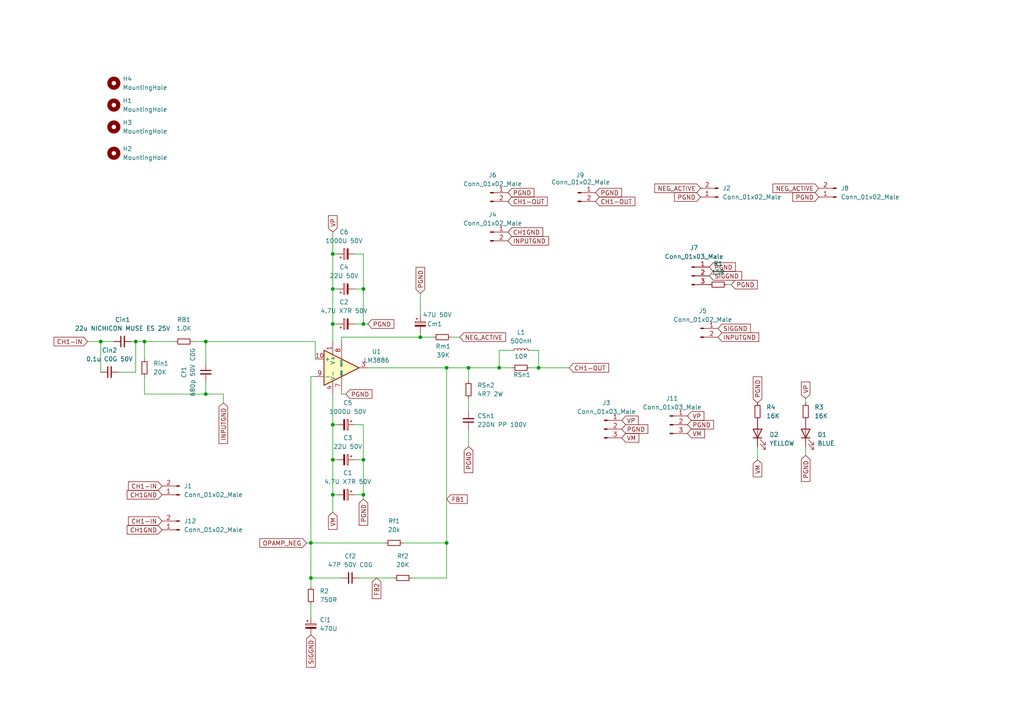
<source format=kicad_sch>
(kicad_sch (version 20231120) (generator "eeschema") (generator_version "8.0")
  (paper "A4")
  (lib_symbols
    (symbol "Amplifier_Audio:LM3886" (pin_names (offset 0.127))
      (property "Reference" "U" (at 5.08 6.35 0))
      (property "Value" "LM3886" (at 5.08 3.81 0))
      (symbol "LM3886_0_1"
        (polyline (pts (xy -5.08 5.08) (xy 5.08 0) (xy -5.08 -5.08) (xy -5.08 5.08)) (stroke (width 0.254)) (fill (type background)))
      )
      (symbol "LM3886_1_1"
        (pin power_in line (at -2.54 7.62 270) (length 3.81) (name "V+") (number "1"))
        (pin input line (at -7.62 2.54 0) (length 2.54) (name "+") (number "10"))
        (pin no_connect line (at 2.54 2.54 270) (length 2.54) hide (name "NC") (number "11"))
        (pin no_connect line (at -2.54 2.54 270) (length 2.54) hide (name "NC") (number "2"))
        (pin output line (at 7.62 0 180) (length 2.54) (name "~") (number "3"))
        (pin power_in line (at -2.54 -7.62 90) (length 3.81) (name "V-") (number "4"))
        (pin passive line (at -2.54 7.62 270) (length 3.81) hide (name "V+") (number "5"))
        (pin no_connect line (at 0 2.54 270) (length 2.54) hide (name "NC") (number "6"))
        (pin power_in line (at 0 -7.62 90) (length 5.08) (name "GND") (number "7"))
        (pin input line (at 0 7.62 270) (length 5.08) (name "MUTE") (number "8"))
        (pin input line (at -7.62 -2.54 0) (length 2.54) (name "-") (number "9"))
      )
    )
    (symbol "Connector:Conn_01x02_Male" (pin_names (offset 1.016) hide)
      (property "Reference" "J" (at 0 2.54 0))
      (property "Value" "Conn_01x02_Male" (at 0 -5.08 0))
      (symbol "Conn_01x02_Male_1_1"
        (polyline (pts (xy 1.27 -2.54) (xy 0.8636 -2.54)) (stroke (width 0.1524)))
        (polyline (pts (xy 1.27 0) (xy 0.8636 0)) (stroke (width 0.1524)))
        (rectangle (start 0.8636 -2.413) (end 0 -2.667) (stroke (width 0.1524)) (fill (type outline)))
        (rectangle (start 0.8636 0.127) (end 0 -0.127) (stroke (width 0.1524)) (fill (type outline)))
        (pin passive line (at 5.08 0 180) (length 3.81) (name "Pin_1") (number "1"))
        (pin passive line (at 5.08 -2.54 180) (length 3.81) (name "Pin_2") (number "2"))
      )
    )
    (symbol "Connector:Conn_01x03_Male" (pin_names (offset 1.016) hide)
      (property "Reference" "J" (at 0 5.08 0))
      (property "Value" "Conn_01x03_Male" (at 0 -5.08 0))
      (symbol "Conn_01x03_Male_1_1"
        (polyline (pts (xy 1.27 -2.54) (xy 0.8636 -2.54)) (stroke (width 0.1524)))
        (polyline (pts (xy 1.27 0) (xy 0.8636 0)) (stroke (width 0.1524)))
        (polyline (pts (xy 1.27 2.54) (xy 0.8636 2.54)) (stroke (width 0.1524)))
        (rectangle (start 0.8636 -2.413) (end 0 -2.667) (stroke (width 0.1524)) (fill (type outline)))
        (rectangle (start 0.8636 0.127) (end 0 -0.127) (stroke (width 0.1524)) (fill (type outline)))
        (rectangle (start 0.8636 2.667) (end 0 2.413) (stroke (width 0.1524)) (fill (type outline)))
        (pin passive line (at 5.08 2.54 180) (length 3.81) (name "Pin_1") (number "1"))
        (pin passive line (at 5.08 0 180) (length 3.81) (name "Pin_2") (number "2"))
        (pin passive line (at 5.08 -2.54 180) (length 3.81) (name "Pin_3") (number "3"))
      )
    )
    (symbol "Device:C_Polarized_Small" (pin_numbers hide) (pin_names (offset 0.254) hide)
      (property "Reference" "C" (at 0.254 1.778 0))
      (property "Value" "C_Polarized_Small" (at 0.254 -2.032 0))
      (symbol "C_Polarized_Small_0_1"
        (rectangle (start -1.524 -0.3048) (end 1.524 -0.6858) (fill (type outline)))
        (rectangle (start -1.524 0.6858) (end 1.524 0.3048))
        (polyline (pts (xy -1.27 1.524) (xy -0.762 1.524)))
        (polyline (pts (xy -1.016 1.27) (xy -1.016 1.778)))
      )
      (symbol "C_Polarized_Small_1_1"
        (pin passive line (at 0 2.54 270) (length 1.8542) (name "~") (number "1"))
        (pin passive line (at 0 -2.54 90) (length 1.8542) (name "~") (number "2"))
      )
    )
    (symbol "Device:C_Small" (pin_numbers hide) (pin_names (offset 0.254) hide)
      (property "Reference" "C" (at 0.254 1.778 0))
      (property "Value" "C_Small" (at 0.254 -2.032 0))
      (symbol "C_Small_0_1"
        (polyline (pts (xy -1.524 -0.508) (xy 1.524 -0.508)) (stroke (width 0.3302)))
        (polyline (pts (xy -1.524 0.508) (xy 1.524 0.508)) (stroke (width 0.3048)))
      )
      (symbol "C_Small_1_1"
        (pin passive line (at 0 2.54 270) (length 2.032) (name "~") (number "1"))
        (pin passive line (at 0 -2.54 90) (length 2.032) (name "~") (number "2"))
      )
    )
    (symbol "Device:LED" (pin_numbers hide) (pin_names (offset 1.016) hide)
      (property "Reference" "D" (at 0 2.54 0))
      (property "Value" "LED" (at 0 -2.54 0))
      (symbol "LED_0_1"
        (polyline (pts (xy -1.27 -1.27) (xy -1.27 1.27)) (stroke (width 0.254)))
        (polyline (pts (xy -1.27 0) (xy 1.27 0)))
        (polyline (pts (xy 1.27 -1.27) (xy 1.27 1.27) (xy -1.27 0) (xy 1.27 -1.27)) (stroke (width 0.254)))
        (polyline (pts (xy -3.048 -0.762) (xy -4.572 -2.286) (xy -3.81 -2.286) (xy -4.572 -2.286) (xy -4.572 -1.524)))
        (polyline (pts (xy -1.778 -0.762) (xy -3.302 -2.286) (xy -2.54 -2.286) (xy -3.302 -2.286) (xy -3.302 -1.524)))
      )
      (symbol "LED_1_1"
        (pin passive line (at -3.81 0 0) (length 2.54) (name "K") (number "1"))
        (pin passive line (at 3.81 0 180) (length 2.54) (name "A") (number "2"))
      )
    )
    (symbol "Device:L_Small" (pin_numbers hide) (pin_names (offset 0.254) hide)
      (property "Reference" "L" (at 0.762 1.016 0))
      (property "Value" "L_Small" (at 0.762 -1.016 0))
      (symbol "L_Small_0_1"
        (arc (start 0 -2.032) (mid 0.5058 -1.524) (end 0 -1.016))
        (arc (start 0 -1.016) (mid 0.5058 -0.508) (end 0 0))
        (arc (start 0 0) (mid 0.5058 0.508) (end 0 1.016))
        (arc (start 0 1.016) (mid 0.5058 1.524) (end 0 2.032))
      )
      (symbol "L_Small_1_1"
        (pin passive line (at 0 2.54 270) (length 0.508) (name "~") (number "1"))
        (pin passive line (at 0 -2.54 90) (length 0.508) (name "~") (number "2"))
      )
    )
    (symbol "Device:R_Small" (pin_numbers hide) (pin_names (offset 0.254) hide)
      (property "Reference" "R" (at 0.762 0.508 0))
      (property "Value" "R_Small" (at 0.762 -1.016 0))
      (symbol "R_Small_0_1"
        (rectangle (start -0.762 1.778) (end 0.762 -1.778) (stroke (width 0.2032)))
      )
      (symbol "R_Small_1_1"
        (pin passive line (at 0 2.54 270) (length 0.762) (name "~") (number "1"))
        (pin passive line (at 0 -2.54 90) (length 0.762) (name "~") (number "2"))
      )
    )
    (symbol "Mechanical:MountingHole" (pin_names (offset 1.016))
      (property "Reference" "H" (at 0 5.08 0))
      (property "Value" "MountingHole" (at 0 3.175 0))
      (symbol "MountingHole_0_1"
        (circle (center 0 0) (radius 1.27) (stroke (width 1.27)))
      )
    )
  )
  (junction (at 96.52 83.82))
  (junction (at 144.78 106.68))
  (junction (at 129.54 106.68))
  (junction (at 59.69 114.3))
  (junction (at 96.52 123.19))
  (junction (at 156.21 106.68))
  (junction (at 135.89 106.68))
  (junction (at 129.54 157.48))
  (junction (at 90.17 157.48))
  (junction (at 105.41 83.82))
  (junction (at 90.17 167.64))
  (junction (at 39.37 99.06))
  (junction (at 121.92 97.79))
  (junction (at 105.41 93.98))
  (junction (at 59.69 99.06))
  (junction (at 29.21 99.06))
  (junction (at 96.52 73.66))
  (junction (at 41.91 99.06))
  (junction (at 105.41 133.35))
  (junction (at 96.52 143.51))
  (junction (at 96.52 93.98))
  (junction (at 96.52 133.35))
  (junction (at 105.41 143.51))
  (wire (pts (xy 90.17 157.48) (xy 90.17 167.64)))
  (wire (pts (xy 116.84 157.48) (xy 129.54 157.48)))
  (wire (pts (xy 102.87 133.35) (xy 105.41 133.35)))
  (wire (pts (xy 105.41 83.82) (xy 105.41 93.98)))
  (wire (pts (xy 135.89 115.57) (xy 135.89 119.38)))
  (wire (pts (xy 90.17 157.48) (xy 111.76 157.48)))
  (wire (pts (xy 130.81 97.79) (xy 133.35 97.79)))
  (wire (pts (xy 41.91 114.3) (xy 59.69 114.3)))
  (wire (pts (xy 88.9 157.48) (xy 90.17 157.48)))
  (wire (pts (xy 96.52 133.35) (xy 96.52 143.51)))
  (wire (pts (xy 39.37 99.06) (xy 41.91 99.06)))
  (wire (pts (xy 96.52 123.19) (xy 96.52 133.35)))
  (wire (pts (xy 29.21 99.06) (xy 33.02 99.06)))
  (wire (pts (xy 105.41 143.51) (xy 105.41 144.78)))
  (wire (pts (xy 129.54 106.68) (xy 129.54 157.48)))
  (wire (pts (xy 91.44 99.06) (xy 91.44 104.14)))
  (wire (pts (xy 96.52 133.35) (xy 97.79 133.35)))
  (wire (pts (xy 129.54 157.48) (xy 129.54 167.64)))
  (wire (pts (xy 105.41 73.66) (xy 105.41 83.82)))
  (wire (pts (xy 90.17 109.22) (xy 90.17 157.48)))
  (wire (pts (xy 121.92 96.52) (xy 121.92 97.79)))
  (wire (pts (xy 119.38 167.64) (xy 129.54 167.64)))
  (wire (pts (xy 105.41 93.98) (xy 106.68 93.98)))
  (wire (pts (xy 96.52 143.51) (xy 97.79 143.51)))
  (wire (pts (xy 99.06 114.3) (xy 100.33 114.3)))
  (wire (pts (xy 102.87 73.66) (xy 105.41 73.66)))
  (wire (pts (xy 156.21 106.68) (xy 165.1 106.68)))
  (wire (pts (xy 25.4 99.06) (xy 29.21 99.06)))
  (wire (pts (xy 99.06 97.79) (xy 121.92 97.79)))
  (wire (pts (xy 59.69 114.3) (xy 64.77 114.3)))
  (wire (pts (xy 135.89 106.68) (xy 135.89 110.49)))
  (wire (pts (xy 55.88 99.06) (xy 59.69 99.06)))
  (wire (pts (xy 41.91 99.06) (xy 41.91 104.14)))
  (wire (pts (xy 156.21 101.6) (xy 156.21 106.68)))
  (wire (pts (xy 129.54 106.68) (xy 135.89 106.68)))
  (wire (pts (xy 96.52 83.82) (xy 97.79 83.82)))
  (wire (pts (xy 153.67 106.68) (xy 156.21 106.68)))
  (wire (pts (xy 29.21 99.06) (xy 29.21 107.95)))
  (wire (pts (xy 99.06 167.64) (xy 90.17 167.64)))
  (wire (pts (xy 102.87 143.51) (xy 105.41 143.51)))
  (wire (pts (xy 153.67 101.6) (xy 156.21 101.6)))
  (wire (pts (xy 59.69 110.49) (xy 59.69 114.3)))
  (wire (pts (xy 148.59 101.6) (xy 144.78 101.6)))
  (wire (pts (xy 144.78 106.68) (xy 148.59 106.68)))
  (wire (pts (xy 105.41 133.35) (xy 105.41 143.51)))
  (wire (pts (xy 96.52 73.66) (xy 96.52 83.82)))
  (wire (pts (xy 96.52 73.66) (xy 97.79 73.66)))
  (wire (pts (xy 105.41 123.19) (xy 105.41 133.35)))
  (wire (pts (xy 135.89 106.68) (xy 144.78 106.68)))
  (wire (pts (xy 39.37 107.95) (xy 34.29 107.95)))
  (wire (pts (xy 219.71 133.35) (xy 219.71 129.54)))
  (wire (pts (xy 59.69 99.06) (xy 91.44 99.06)))
  (wire (pts (xy 233.68 132.08) (xy 233.68 129.54)))
  (wire (pts (xy 41.91 109.22) (xy 41.91 114.3)))
  (wire (pts (xy 38.1 99.06) (xy 39.37 99.06)))
  (wire (pts (xy 91.44 109.22) (xy 90.17 109.22)))
  (wire (pts (xy 121.92 97.79) (xy 125.73 97.79)))
  (wire (pts (xy 96.52 83.82) (xy 96.52 93.98)))
  (wire (pts (xy 135.89 124.46) (xy 135.89 129.54)))
  (wire (pts (xy 96.52 123.19) (xy 97.79 123.19)))
  (wire (pts (xy 99.06 97.79) (xy 99.06 99.06)))
  (wire (pts (xy 102.87 83.82) (xy 105.41 83.82)))
  (wire (pts (xy 210.82 82.55) (xy 212.09 82.55)))
  (wire (pts (xy 90.17 175.26) (xy 90.17 179.07)))
  (wire (pts (xy 121.92 85.09) (xy 121.92 91.44)))
  (wire (pts (xy 90.17 167.64) (xy 90.17 170.18)))
  (wire (pts (xy 102.87 93.98) (xy 105.41 93.98)))
  (wire (pts (xy 96.52 114.3) (xy 96.52 123.19)))
  (wire (pts (xy 106.68 106.68) (xy 129.54 106.68)))
  (wire (pts (xy 96.52 93.98) (xy 97.79 93.98)))
  (wire (pts (xy 96.52 143.51) (xy 96.52 148.59)))
  (wire (pts (xy 39.37 99.06) (xy 39.37 107.95)))
  (wire (pts (xy 59.69 99.06) (xy 59.69 105.41)))
  (wire (pts (xy 64.77 114.3) (xy 64.77 116.84)))
  (wire (pts (xy 104.14 167.64) (xy 114.3 167.64)))
  (wire (pts (xy 144.78 101.6) (xy 144.78 106.68)))
  (wire (pts (xy 102.87 123.19) (xy 105.41 123.19)))
  (wire (pts (xy 233.68 115.57) (xy 233.68 116.84)))
  (wire (pts (xy 41.91 99.06) (xy 50.8 99.06)))
  (wire (pts (xy 96.52 93.98) (xy 96.52 99.06)))
  (wire (pts (xy 96.52 67.31) (xy 96.52 73.66)))
  (global_label "CH1-OUT" (shape input) (at 165.1 106.68 0) (property "Intersheetrefs" "${INTERSHEET_REFS}" (effects (hide yes))))
  (global_label "VP" (shape input) (at 233.68 115.57 90) (property "Intersheetrefs" "${INTERSHEET_REFS}" (effects (hide yes))))
  (global_label "PGND" (shape input) (at 233.68 132.08 270) (property "Intersheetrefs" "${INTERSHEET_REFS}" (effects (hide yes))))
  (global_label "PGND" (shape input) (at 105.41 144.78 270) (property "Intersheetrefs" "${INTERSHEET_REFS}" (effects (hide yes))))
  (global_label "CH1-IN" (shape input) (at 46.99 140.97 180) (property "Intersheetrefs" "${INTERSHEET_REFS}" (effects (hide yes))))
  (global_label "PGND" (shape input) (at 180.34 124.46 0) (property "Intersheetrefs" "${INTERSHEET_REFS}" (effects (hide yes))))
  (global_label "PGND" (shape input) (at 203.2 57.15 180) (property "Intersheetrefs" "${INTERSHEET_REFS}" (effects (hide yes))))
  (global_label "CH1-IN" (shape input) (at 25.4 99.06 180) (property "Intersheetrefs" "${INTERSHEET_REFS}" (effects (hide yes))))
  (global_label "PGND" (shape input) (at 199.39 123.19 0) (property "Intersheetrefs" "${INTERSHEET_REFS}" (effects (hide yes))))
  (global_label "PGND" (shape input) (at 212.09 82.55 0) (property "Intersheetrefs" "${INTERSHEET_REFS}" (effects (hide yes))))
  (global_label "VP" (shape input) (at 180.34 121.92 0) (property "Intersheetrefs" "${INTERSHEET_REFS}" (effects (hide yes))))
  (global_label "SIGGND" (shape input) (at 90.17 184.15 270) (property "Intersheetrefs" "${INTERSHEET_REFS}" (effects (hide yes))))
  (global_label "SIGGND" (shape input) (at 205.74 80.01 0) (property "Intersheetrefs" "${INTERSHEET_REFS}" (effects (hide yes))))
  (global_label "OPAMP_NEG" (shape input) (at 88.9 157.48 180) (property "Intersheetrefs" "${INTERSHEET_REFS}" (effects (hide yes))))
  (global_label "PGND" (shape input) (at 121.92 85.09 90) (property "Intersheetrefs" "${INTERSHEET_REFS}" (effects (hide yes))))
  (global_label "PGND" (shape input) (at 205.74 77.47 0) (property "Intersheetrefs" "${INTERSHEET_REFS}" (effects (hide yes))))
  (global_label "PGND" (shape input) (at 237.49 57.15 180) (property "Intersheetrefs" "${INTERSHEET_REFS}" (effects (hide yes))))
  (global_label "VM" (shape input) (at 180.34 127 0) (property "Intersheetrefs" "${INTERSHEET_REFS}" (effects (hide yes))))
  (global_label "INPUTGND" (shape input) (at 147.32 69.85 0) (property "Intersheetrefs" "${INTERSHEET_REFS}" (effects (hide yes))))
  (global_label "PGND" (shape input) (at 100.33 114.3 0) (property "Intersheetrefs" "${INTERSHEET_REFS}" (effects (hide yes))))
  (global_label "VM" (shape input) (at 219.71 133.35 270) (property "Intersheetrefs" "${INTERSHEET_REFS}" (effects (hide yes))))
  (global_label "FB2" (shape input) (at 109.22 167.64 270) (property "Intersheetrefs" "${INTERSHEET_REFS}" (effects (hide yes))))
  (global_label "VP" (shape input) (at 96.52 67.31 90) (property "Intersheetrefs" "${INTERSHEET_REFS}" (effects (hide yes))))
  (global_label "SIGGND" (shape input) (at 208.28 95.25 0) (property "Intersheetrefs" "${INTERSHEET_REFS}" (effects (hide yes))))
  (global_label "PGND" (shape input) (at 172.72 55.88 0) (property "Intersheetrefs" "${INTERSHEET_REFS}" (effects (hide yes))))
  (global_label "CH1-IN" (shape input) (at 46.99 151.13 180) (property "Intersheetrefs" "${INTERSHEET_REFS}" (effects (hide yes))))
  (global_label "VM" (shape input) (at 199.39 125.73 0) (property "Intersheetrefs" "${INTERSHEET_REFS}" (effects (hide yes))))
  (global_label "NEG_ACTIVE" (shape input) (at 133.35 97.79 0) (property "Intersheetrefs" "${INTERSHEET_REFS}" (effects (hide yes))))
  (global_label "PGND" (shape input) (at 219.71 116.84 90) (property "Intersheetrefs" "${INTERSHEET_REFS}" (effects (hide yes))))
  (global_label "CH1GND" (shape input) (at 46.99 143.51 180) (property "Intersheetrefs" "${INTERSHEET_REFS}" (effects (hide yes))))
  (global_label "CH1GND" (shape input) (at 147.32 67.31 0) (property "Intersheetrefs" "${INTERSHEET_REFS}" (effects (hide yes))))
  (global_label "CH1-OUT" (shape input) (at 172.72 58.42 0) (property "Intersheetrefs" "${INTERSHEET_REFS}" (effects (hide yes))))
  (global_label "PGND" (shape input) (at 106.68 93.98 0) (property "Intersheetrefs" "${INTERSHEET_REFS}" (effects (hide yes))))
  (global_label "INPUTGND" (shape input) (at 64.77 116.84 270) (property "Intersheetrefs" "${INTERSHEET_REFS}" (effects (hide yes))))
  (global_label "NEG_ACTIVE" (shape input) (at 237.49 54.61 180) (property "Intersheetrefs" "${INTERSHEET_REFS}" (effects (hide yes))))
  (global_label "VM" (shape input) (at 96.52 148.59 270) (property "Intersheetrefs" "${INTERSHEET_REFS}" (effects (hide yes))))
  (global_label "CH1-OUT" (shape input) (at 147.32 58.42 0) (property "Intersheetrefs" "${INTERSHEET_REFS}" (effects (hide yes))))
  (global_label "FB1" (shape input) (at 129.54 144.78 0) (property "Intersheetrefs" "${INTERSHEET_REFS}" (effects (hide yes))))
  (global_label "CH1GND" (shape input) (at 46.99 153.67 180) (property "Intersheetrefs" "${INTERSHEET_REFS}" (effects (hide yes))))
  (global_label "INPUTGND" (shape input) (at 208.28 97.79 0) (property "Intersheetrefs" "${INTERSHEET_REFS}" (effects (hide yes))))
  (global_label "NEG_ACTIVE" (shape input) (at 203.2 54.61 180) (property "Intersheetrefs" "${INTERSHEET_REFS}" (effects (hide yes))))
  (global_label "PGND" (shape input) (at 147.32 55.88 0) (property "Intersheetrefs" "${INTERSHEET_REFS}" (effects (hide yes))))
  (global_label "VP" (shape input) (at 199.39 120.65 0) (property "Intersheetrefs" "${INTERSHEET_REFS}" (effects (hide yes))))
  (global_label "PGND" (shape input) (at 135.89 129.54 270) (property "Intersheetrefs" "${INTERSHEET_REFS}" (effects (hide yes))))
  (symbol (lib_id "Connector:Conn_01x03_Male") (at 175.26 124.46 0) (unit 1)
    (property "Reference" "J3" (at 175.895 116.84 0))
    (property "Value" "Conn_01x03_Male" (at 175.895 119.38 0))
    (property "Footprint" "Connector_JST:JST_VH_B3P-VH-B_1x03_P3.96mm_Vertical" (effects (hide yes)))
  )
  (symbol (lib_id "Device:R_Small") (at 233.68 119.38 180) (unit 1)
    (property "Reference" "R3" (at 236.22 118.1099 0) (effects (justify right)))
    (property "Value" "16K" (at 236.22 120.6499 0) (effects (justify right)))
    (property "Footprint" "Resistor_SMD:R_0603_1608Metric_Pad0.98x0.95mm_HandSolder" (effects (hide yes)))
  )
  (symbol (lib_id "Device:C_Polarized_Small") (at 100.33 143.51 270) (unit 1)
    (property "Reference" "C1" (at 100.8761 137.16 90))
    (property "Value" "4.7U X7R 50V" (at 100.8761 139.7 90))
    (property "Footprint" "Capacitor_SMD:C_1206_3216Metric_Pad1.33x1.80mm_HandSolder" (effects (hide yes)))
    (property "Mouser" " 80-C1206X475J5RACTU " (effects (hide yes)))
  )
  (symbol (lib_id "Mechanical:MountingHole") (at 33.02 24.13 0) (unit 1)
    (property "Reference" "H4" (at 35.56 22.8599 0) (effects (justify left)))
    (property "Value" "MountingHole" (at 35.56 25.3999 0) (effects (justify left)))
    (property "Footprint" "Custom:M3 Slot" (effects (hide yes)))
  )
  (symbol (lib_id "Device:R_Small") (at 208.28 82.55 90) (unit 1)
    (property "Reference" "R1" (at 208.28 76.454 90))
    (property "Value" "15R" (at 208.28 78.994 90))
    (property "Footprint" "Resistor_SMD:R_1206_3216Metric_Pad1.30x1.75mm_HandSolder" (effects (hide yes)))
  )
  (symbol (lib_id "Device:C_Polarized_Small") (at 90.17 181.61 0) (unit 1)
    (property "Reference" "Ci1" (at 92.71 179.7938 0) (effects (justify left)))
    (property "Value" "470U" (at 92.71 182.3338 0) (effects (justify left)))
    (property "Footprint" "Capacitor_THT:CP_Radial_D12.5mm_P5.00mm" (effects (hide yes)))
  )
  (symbol (lib_id "Device:R_Small") (at 135.89 113.03 180) (unit 1)
    (property "Reference" "RSn2" (at 138.43 111.7599 0) (effects (justify right)))
    (property "Value" "4R7 2W" (at 138.43 114.2999 0) (effects (justify right)))
    (property "Footprint" "Resistor_SMD:R_2512_6332Metric_Pad1.40x3.35mm_HandSolder" (effects (hide yes)))
    (property "Mouser" "603-RC2512JK-7W4R7" (effects (hide yes)))
  )
  (symbol (lib_id "Device:R_Small") (at 114.3 157.48 270) (unit 1)
    (property "Reference" "Rf1" (at 114.3 151.13 90))
    (property "Value" "20k" (at 114.3 153.67 90))
    (property "Footprint" "Resistor_SMD:R_1206_3216Metric_Pad1.30x1.75mm_HandSolder" (effects (hide yes)))
    (property "Mouser" "603-RT1206FRD0720KL" (effects (hide yes)))
  )
  (symbol (lib_id "Connector:Conn_01x02_Male") (at 52.07 143.51 180) (unit 1)
    (property "Reference" "J1" (at 53.34 140.9699 0) (effects (justify right)))
    (property "Value" "Conn_01x02_Male" (at 53.34 143.5099 0) (effects (justify right)))
    (property "Footprint" "Connector_JST:JST_PH_B2B-PH-K_1x02_P2.00mm_Vertical" (effects (hide yes)))
  )
  (symbol (lib_id "Device:R_Small") (at 90.17 172.72 0) (unit 1)
    (property "Reference" "R2" (at 92.71 171.4499 0) (effects (justify left)))
    (property "Value" "750R" (at 92.71 173.9899 0) (effects (justify left)))
    (property "Footprint" "Resistor_SMD:R_1206_3216Metric_Pad1.30x1.75mm_HandSolder" (effects (hide yes)))
    (property "Mouser" "603-RT1206FRE07750RL " (effects (hide yes)))
  )
  (symbol (lib_id "Device:C_Small") (at 31.75 107.95 90) (unit 1)
    (property "Reference" "Cin2" (at 31.7563 101.6 90))
    (property "Value" "0.1u C0G 50V" (at 31.7563 104.14 90))
    (property "Footprint" "Capacitor_SMD:C_1206_3216Metric_Pad1.33x1.80mm_HandSolder" (effects (hide yes)))
    (property "Mouser" " 81-GRT31C5C1H104FA2L " (effects (hide yes)))
  )
  (symbol (lib_id "Connector:Conn_01x02_Male") (at 242.57 57.15 180) (unit 1)
    (property "Reference" "J8" (at 243.84 54.6099 0) (effects (justify right)))
    (property "Value" "Conn_01x02_Male" (at 243.84 57.1499 0) (effects (justify right)))
    (property "Footprint" "Connector_JST:JST_PH_B2B-PH-K_1x02_P2.00mm_Vertical" (effects (hide yes)))
  )
  (symbol (lib_id "Connector:Conn_01x02_Male") (at 167.64 55.88 0) (unit 1)
    (property "Reference" "J9" (at 168.275 50.8 0))
    (property "Value" "Conn_01x02_Male" (at 168.402 52.832 0))
    (property "Footprint" "Connector_JST:JST_VH_B2P-VH_1x02_P3.96mm_Vertical" (effects (hide yes)))
  )
  (symbol (lib_id "Device:C_Small") (at 35.56 99.06 90) (unit 1)
    (property "Reference" "Cin1" (at 35.5663 92.71 90))
    (property "Value" "22u NICHICON MUSE ES 25V" (at 35.5663 95.25 90))
    (property "Footprint" "Capacitor_THT:C_Radial_D6.3mm_H5.0mm_P2.50mm" (effects (hide yes)))
  )
  (symbol (lib_id "Connector:Conn_01x02_Male") (at 208.28 57.15 180) (unit 1)
    (property "Reference" "J2" (at 209.55 54.6099 0) (effects (justify right)))
    (property "Value" "Conn_01x02_Male" (at 209.55 57.1499 0) (effects (justify right)))
    (property "Footprint" "Connector_JST:JST_PH_B2B-PH-K_1x02_P2.00mm_Vertical" (effects (hide yes)))
  )
  (symbol (lib_id "Mechanical:MountingHole") (at 33.02 36.83 0) (unit 1)
    (property "Reference" "H3" (at 35.56 35.5599 0) (effects (justify left)))
    (property "Value" "MountingHole" (at 35.56 38.0999 0) (effects (justify left)))
    (property "Footprint" "Custom:M3 Slot" (effects (hide yes)))
  )
  (symbol (lib_id "Device:C_Small") (at 59.69 107.95 0) (unit 1)
    (property "Reference" "Cf1" (at 53.34 107.9564 90))
    (property "Value" "680p 50V C0G" (at 55.88 107.9564 90))
    (property "Footprint" "Capacitor_SMD:C_1206_3216Metric_Pad1.33x1.80mm_HandSolder" (effects (hide yes)))
    (property "Mouser" " 603-CC126GRNPO9BN681 " (effects (hide yes)))
  )
  (symbol (lib_id "Device:R_Small") (at 116.84 167.64 270) (unit 1)
    (property "Reference" "Rf2" (at 116.84 161.29 90))
    (property "Value" "20K" (at 116.84 163.83 90))
    (property "Footprint" "Resistor_SMD:R_1206_3216Metric_Pad1.30x1.75mm_HandSolder" (effects (hide yes)))
    (property "Mouser" "603-RT1206FRD0720KL" (effects (hide yes)))
  )
  (symbol (lib_id "Device:R_Small") (at 219.71 119.38 180) (unit 1)
    (property "Reference" "R4" (at 222.25 118.1099 0) (effects (justify right)))
    (property "Value" "16K" (at 222.25 120.6499 0) (effects (justify right)))
    (property "Footprint" "Resistor_SMD:R_0603_1608Metric_Pad0.98x0.95mm_HandSolder" (effects (hide yes)))
  )
  (symbol (lib_id "Mechanical:MountingHole") (at 33.02 30.48 0) (unit 1)
    (property "Reference" "H1" (at 35.56 29.2099 0) (effects (justify left)))
    (property "Value" "MountingHole" (at 35.56 31.7499 0) (effects (justify left)))
    (property "Footprint" "Custom:M3 Slot" (effects (hide yes)))
  )
  (symbol (lib_id "Device:LED") (at 219.71 125.73 90) (unit 1)
    (property "Reference" "D2" (at 223.139 126.0474 90) (effects (justify right)))
    (property "Value" "YELLOW" (at 223.139 128.5874 90) (effects (justify right)))
    (property "Footprint" "LED_SMD:LED_0603_1608Metric_Pad1.05x0.95mm_HandSolder" (effects (hide yes)))
  )
  (symbol (lib_id "Device:R_Small") (at 41.91 106.68 180) (unit 1)
    (property "Reference" "Rin1" (at 44.45 105.4099 0) (effects (justify right)))
    (property "Value" "20K" (at 44.45 107.9499 0) (effects (justify right)))
    (property "Footprint" "Resistor_SMD:R_1206_3216Metric_Pad1.30x1.75mm_HandSolder" (effects (hide yes)))
    (property "Mouser" "603-RT1206FRD0720KL" (effects (hide yes)))
  )
  (symbol (lib_id "Device:C_Small") (at 101.6 167.64 270) (unit 1)
    (property "Reference" "Cf2" (at 101.5936 161.29 90))
    (property "Value" "47P 50V C0G" (at 101.5936 163.83 90))
    (property "Footprint" "Capacitor_SMD:C_1206_3216Metric_Pad1.33x1.80mm_HandSolder" (effects (hide yes)))
    (property "Mouser" "791-1206N470F500CT" (effects (hide yes)))
  )
  (symbol (lib_id "Device:R_Small") (at 151.13 106.68 270) (unit 1)
    (property "Reference" "RSn1" (at 151.384 108.712 90))
    (property "Value" "10R" (at 151.13 103.378 90))
    (property "Footprint" "Resistor_SMD:R_4020_10251Metric_Pad1.65x5.30mm_HandSolder" (effects (hide yes)))
    (property "Mouser" "279-355010RJT" (effects (hide yes)))
  )
  (symbol (lib_id "Connector:Conn_01x02_Male") (at 142.24 67.31 0) (unit 1)
    (property "Reference" "J4" (at 142.875 62.23 0))
    (property "Value" "Conn_01x02_Male" (at 142.875 64.77 0))
    (property "Footprint" "Connector_PinHeader_2.54mm:PinHeader_1x02_P2.54mm_Vertical" (effects (hide yes)))
  )
  (symbol (lib_id "Mechanical:MountingHole") (at 33.02 44.45 0) (unit 1)
    (property "Reference" "H2" (at 35.56 43.1799 0) (effects (justify left)))
    (property "Value" "MountingHole" (at 35.56 45.7199 0) (effects (justify left)))
    (property "Footprint" "Custom:M3 Slot" (effects (hide yes)))
  )
  (symbol (lib_id "Connector:Conn_01x02_Male") (at 142.24 55.88 0) (unit 1)
    (property "Reference" "J6" (at 142.875 50.8 0))
    (property "Value" "Conn_01x02_Male" (at 142.875 53.34 0))
    (property "Footprint" "Connector_JST:JST_VH_B2P-VH_1x02_P3.96mm_Vertical" (effects (hide yes)))
  )
  (symbol (lib_id "Connector:Conn_01x02_Male") (at 203.2 95.25 0) (unit 1)
    (property "Reference" "J5" (at 203.835 90.17 0))
    (property "Value" "Conn_01x02_Male" (at 203.835 92.71 0))
    (property "Footprint" "Connector_PinHeader_2.54mm:PinHeader_1x02_P2.54mm_Vertical" (effects (hide yes)))
  )
  (symbol (lib_id "Device:C_Polarized_Small") (at 100.33 83.82 90) (unit 1)
    (property "Reference" "C4" (at 99.7839 77.47 90))
    (property "Value" "22U 50V" (at 99.7839 80.01 90))
    (property "Footprint" "Capacitor_THT:CP_Radial_D6.3mm_P2.50mm" (effects (hide yes)))
  )
  (symbol (lib_id "Device:C_Small") (at 135.89 121.92 180) (unit 1)
    (property "Reference" "CSn1" (at 138.43 120.6435 0) (effects (justify right)))
    (property "Value" "220N PP 100V" (at 138.43 123.1835 0) (effects (justify right)))
    (property "Footprint" "Capacitor_THT:C_Rect_L18.0mm_W7.0mm_P15.00mm_FKS3_FKP3" (effects (hide yes)))
    (property "Mouser" " 505-MKP1D032204D00JB " (effects (hide yes)))
  )
  (symbol (lib_id "Device:R_Small") (at 53.34 99.06 90) (unit 1)
    (property "Reference" "RB1" (at 53.34 92.71 90))
    (property "Value" "1.0K" (at 53.34 95.25 90))
    (property "Footprint" "Resistor_SMD:R_1206_3216Metric_Pad1.30x1.75mm_HandSolder" (effects (hide yes)))
    (property "Mouser" "603-RT1206FRE131KL" (effects (hide yes)))
  )
  (symbol (lib_id "Amplifier_Audio:LM3886") (at 99.06 106.68 0) (unit 1)
    (property "Reference" "U1" (at 109.22 101.981 0))
    (property "Value" "LM3886" (at 109.22 104.521 0))
    (property "Footprint" "Package_TO_SOT_THT:TO-220-11_P3.4x5.08mm_StaggerOdd_Lead4.85mm_Vertical" (effects (hide yes)))
    (property "Datasheet" "http://www.ti.com/lit/ds/symlink/lm3886.pdf" (effects (hide yes)))
  )
  (symbol (lib_id "Connector:Conn_01x02_Male") (at 52.07 153.67 180) (unit 1)
    (property "Reference" "J12" (at 53.34 151.1299 0) (effects (justify right)))
    (property "Value" "Conn_01x02_Male" (at 53.34 153.6699 0) (effects (justify right)))
    (property "Footprint" "Connector_JST:JST_PH_B2B-PH-K_1x02_P2.00mm_Vertical" (effects (hide yes)))
  )
  (symbol (lib_id "Device:C_Polarized_Small") (at 121.92 93.98 0) (unit 1)
    (property "Reference" "Cm1" (at 128.27 93.98 0) (effects (justify right)))
    (property "Value" "47U 50V" (at 131.064 91.313 0) (effects (justify right)))
    (property "Footprint" "Capacitor_THT:CP_Radial_D6.3mm_P2.50mm" (effects (hide yes)))
  )
  (symbol (lib_id "Device:LED") (at 233.68 125.73 90) (unit 1)
    (property "Reference" "D1" (at 237.109 126.0474 90) (effects (justify right)))
    (property "Value" "BLUE" (at 237.109 128.5874 90) (effects (justify right)))
    (property "Footprint" "LED_SMD:LED_0603_1608Metric_Pad1.05x0.95mm_HandSolder" (effects (hide yes)))
  )
  (symbol (lib_id "Device:C_Polarized_Small") (at 100.33 93.98 90) (unit 1)
    (property "Reference" "C2" (at 99.7839 87.63 90))
    (property "Value" "4.7U X7R 50V" (at 99.7839 90.17 90))
    (property "Footprint" "Capacitor_SMD:C_1206_3216Metric_Pad1.33x1.80mm_HandSolder" (effects (hide yes)))
    (property "Mouser" " 80-C1206X475J5RACTU " (effects (hide yes)))
  )
  (symbol (lib_id "Device:R_Small") (at 128.27 97.79 90) (unit 1)
    (property "Reference" "Rm1" (at 128.524 100.457 90))
    (property "Value" "39K" (at 128.524 102.997 90))
    (property "Footprint" "Resistor_SMD:R_1206_3216Metric_Pad1.30x1.75mm_HandSolder" (effects (hide yes)))
    (property "Mouser" " 603-RC1206JR-0739KL " (effects (hide yes)))
  )
  (symbol (lib_id "Connector:Conn_01x03_Male") (at 194.31 123.19 0) (unit 1)
    (property "Reference" "J11" (at 194.945 115.57 0))
    (property "Value" "Conn_01x03_Male" (at 194.945 118.11 0))
    (property "Footprint" "Connector_JST:JST_VH_B3P-VH-B_1x03_P3.96mm_Vertical" (effects (hide yes)))
  )
  (symbol (lib_id "Connector:Conn_01x03_Male") (at 200.66 80.01 0) (unit 1)
    (property "Reference" "J7" (at 201.295 71.882 0))
    (property "Value" "Conn_01x03_Male" (at 201.295 74.422 0))
    (property "Footprint" "Connector_PinHeader_2.54mm:PinHeader_1x03_P2.54mm_Vertical" (effects (hide yes)))
  )
  (symbol (lib_id "Device:C_Polarized_Small") (at 100.33 123.19 270) (unit 1)
    (property "Reference" "C5" (at 100.8761 116.84 90))
    (property "Value" "1000U 50V" (at 100.8761 119.38 90))
    (property "Footprint" "Capacitor_THT:CP_Radial_D12.5mm_P5.00mm" (effects (hide yes)))
  )
  (symbol (lib_id "Device:C_Polarized_Small") (at 100.33 133.35 270) (unit 1)
    (property "Reference" "C3" (at 100.8761 127 90))
    (property "Value" "22U 50V" (at 100.8761 129.54 90))
    (property "Footprint" "Capacitor_THT:CP_Radial_D6.3mm_P2.50mm" (effects (hide yes)))
  )
  (symbol (lib_id "Device:L_Small") (at 151.13 101.6 90) (unit 1)
    (property "Reference" "L1" (at 151.13 96.393 90))
    (property "Value" "500nH" (at 151.13 98.933 90))
    (property "Footprint" "Custom:500nH Inductor Aliexpress Air Gap" (effects (hide yes)))
  )
  (symbol (lib_id "Device:C_Polarized_Small") (at 100.33 73.66 90) (unit 1)
    (property "Reference" "C6" (at 99.7839 67.31 90))
    (property "Value" "1000U 50V" (at 99.7839 69.85 90))
    (property "Footprint" "Capacitor_THT:CP_Radial_D12.5mm_P5.00mm" (effects (hide yes)))
  )
)
</source>
